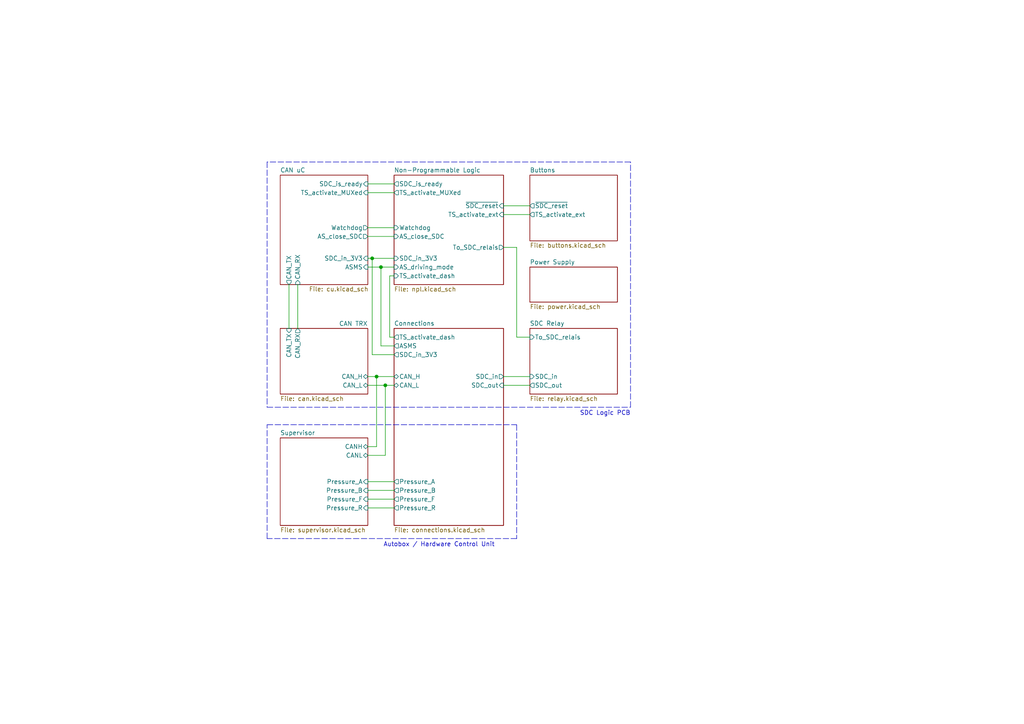
<source format=kicad_sch>
(kicad_sch (version 20211123) (generator eeschema)
  (paper "A4")
  (title_block (title "SDCL - Meta") (date "2021-12-16") (rev "v1.0") (company "FaSTTUBe - Formula Student Team TU Berlin") (comment 1 "Car 113") (comment 2 "EBS Electronics") (comment 3 "T 14.5 rule conformity"))
  (lib_symbols)
  (junction (at 109.22 109.22))
  (junction (at 110.49 77.47))
  (junction (at 107.95 74.93))
  (junction (at 111.76 111.76))
  (wire (pts (xy 107.95 74.93) (xy 114.3 74.93)))
  (wire (pts (xy 107.95 74.93) (xy 107.95 102.87)))
  (wire (pts (xy 146.05 71.755) (xy 149.86 71.755)))
  (polyline (pts (xy 149.86 156.21) (xy 77.47 156.21)))
  (wire (pts (xy 146.05 111.76) (xy 153.67 111.76)))
  (polyline (pts (xy 149.86 123.19) (xy 149.86 156.21)))
  (wire (pts (xy 106.68 142.24) (xy 114.3 142.24)))
  (polyline (pts (xy 182.88 46.99) (xy 77.47 46.99)))
  (wire (pts (xy 106.68 66.04) (xy 114.3 66.04)))
  (wire (pts (xy 83.82 82.55) (xy 83.82 95.25)))
  (wire (pts (xy 114.3 102.87) (xy 107.95 102.87)))
  (polyline (pts (xy 77.47 46.99) (xy 77.47 118.11)))
  (wire (pts (xy 106.68 74.93) (xy 107.95 74.93)))
  (wire (pts (xy 111.76 132.08) (xy 111.76 111.76)))
  (wire (pts (xy 86.36 82.55) (xy 86.36 95.25)))
  (wire (pts (xy 106.68 129.54) (xy 109.22 129.54)))
  (wire (pts (xy 110.49 77.47) (xy 114.3 77.47)))
  (wire (pts (xy 113.03 80.01) (xy 113.03 97.79)))
  (wire (pts (xy 146.05 109.22) (xy 153.67 109.22)))
  (wire (pts (xy 149.86 71.755) (xy 149.86 97.79)))
  (polyline (pts (xy 77.47 118.11) (xy 182.88 118.11)))
  (wire (pts (xy 114.3 80.01) (xy 113.03 80.01)))
  (wire (pts (xy 111.76 111.76) (xy 114.3 111.76)))
  (wire (pts (xy 109.22 109.22) (xy 109.22 129.54)))
  (wire (pts (xy 109.22 109.22) (xy 114.3 109.22)))
  (wire (pts (xy 106.68 55.88) (xy 114.3 55.88)))
  (wire (pts (xy 106.68 77.47) (xy 110.49 77.47)))
  (wire (pts (xy 106.68 132.08) (xy 111.76 132.08)))
  (wire (pts (xy 106.68 68.58) (xy 114.3 68.58)))
  (polyline (pts (xy 77.47 123.19) (xy 149.86 123.19)))
  (wire (pts (xy 146.05 59.69) (xy 153.67 59.69)))
  (wire (pts (xy 106.68 147.32) (xy 114.3 147.32)))
  (wire (pts (xy 113.03 97.79) (xy 114.3 97.79)))
  (polyline (pts (xy 77.47 156.21) (xy 77.47 123.19)))
  (wire (pts (xy 110.49 100.33) (xy 110.49 77.47)))
  (wire (pts (xy 149.86 97.79) (xy 153.67 97.79)))
  (wire (pts (xy 106.68 139.7) (xy 114.3 139.7)))
  (wire (pts (xy 114.3 100.33) (xy 110.49 100.33)))
  (polyline (pts (xy 182.88 118.11) (xy 182.88 46.99)))
  (wire (pts (xy 106.68 109.22) (xy 109.22 109.22)))
  (wire (pts (xy 106.68 144.78) (xy 114.3 144.78)))
  (wire (pts (xy 146.05 62.23) (xy 153.67 62.23)))
  (wire (pts (xy 106.68 53.34) (xy 114.3 53.34)))
  (wire (pts (xy 106.68 111.76) (xy 111.76 111.76)))
  (text "SDC Logic PCB" (at 182.88 120.65 180) (effects (font (size 1.27 1.27)) (justify right bottom)))
  (text "Autobox / Hardware Control Unit" (at 143.51 158.75 180) (effects (font (size 1.27 1.27)) (justify right bottom)))
  (sheet (at 114.3 50.8) (size 31.75 31.75)
    (property "Sheet name" "Non-Programmable Logic" (at 114.3 50.0884 0) (effects (justify left bottom)))
    (property "Sheet file" "npl.kicad_sch" (at 114.3 83.1346 0) (effects (justify left top)))
    (pin "AS_close_SDC" input (at 114.3 68.58 180))
    (pin "TS_activate_ext" input (at 146.05 62.23 0))
    (pin "Watchdog" input (at 114.3 66.04 180))
    (pin "SDC_in_3V3" input (at 114.3 74.93 180))
    (pin "To_SDC_relais" output (at 146.05 71.755 0))
    (pin "SDC_is_ready" output (at 114.3 53.34 180))
    (pin "~{SDC_reset}" input (at 146.05 59.69 0))
    (pin "TS_activate_MUXed" output (at 114.3 55.88 180))
    (pin "TS_activate_dash" input (at 114.3 80.01 180))
    (pin "AS_driving_mode" input (at 114.3 77.47 180))
  )
  (sheet (at 81.28 50.8) (size 25.4 31.75)
    (property "Sheet name" "CAN uC" (at 81.28 50.0884 0) (effects (justify left bottom)))
    (property "Sheet file" "cu.kicad_sch" (at 89.5815 83.1009 0) (effects (justify left top)))
    (pin "SDC_is_ready" input (at 106.68 53.34 0))
    (pin "AS_close_SDC" output (at 106.68 68.58 0))
    (pin "Watchdog" output (at 106.68 66.04 0))
    (pin "CAN_RX" input (at 86.36 82.55 270))
    (pin "CAN_TX" output (at 83.82 82.55 270))
    (pin "TS_activate_MUXed" input (at 106.68 55.88 0))
    (pin "SDC_in_3V3" input (at 106.68 74.93 0))
    (pin "ASMS" input (at 106.68 77.47 0))
  )
  (sheet (at 153.67 95.25) (size 25.4 19.05)
    (property "Sheet name" "SDC Relay" (at 153.67 94.5384 0) (effects (justify left bottom)))
    (property "Sheet file" "relay.kicad_sch" (at 153.67 114.8846 0) (effects (justify left top)))
    (pin "To_SDC_relais" input (at 153.67 97.79 180))
    (pin "SDC_in" input (at 153.67 109.22 180))
    (pin "SDC_out" output (at 153.67 111.76 180))
  )
  (sheet (at 153.67 77.47) (size 25.4 10.16)
    (property "Sheet name" "Power Supply" (at 153.67 76.7584 0) (effects (justify left bottom)))
    (property "Sheet file" "power.kicad_sch" (at 153.67 88.2146 0) (effects (justify left top)))
  )
  (sheet (at 114.3 95.25) (size 31.75 57.15)
    (property "Sheet name" "Connections" (at 114.3 94.5384 0) (effects (justify left bottom)))
    (property "Sheet file" "connections.kicad_sch" (at 114.3 152.9846 0) (effects (justify left top)))
    (pin "SDC_in_3V3" output (at 114.3 102.87 180))
    (pin "SDC_in" output (at 146.05 109.22 0))
    (pin "SDC_out" input (at 146.05 111.76 0))
    (pin "CAN_H" bidirectional (at 114.3 109.22 180))
    (pin "CAN_L" bidirectional (at 114.3 111.76 180))
    (pin "Pressure_A" output (at 114.3 139.7 180))
    (pin "Pressure_B" output (at 114.3 142.24 180))
    (pin "Pressure_F" output (at 114.3 144.78 180))
    (pin "Pressure_R" output (at 114.3 147.32 180))
    (pin "TS_activate_dash" output (at 114.3 97.79 180))
    (pin "ASMS" output (at 114.3 100.33 180))
  )
  (sheet (at 81.28 95.25) (size 25.4 19.05)
    (property "Sheet name" "CAN TRX" (at 98.3286 94.603 0) (effects (justify left bottom)))
    (property "Sheet file" "can.kicad_sch" (at 81.28 114.8846 0) (effects (justify left top)))
    (pin "CAN_H" bidirectional (at 106.68 109.22 0))
    (pin "CAN_L" bidirectional (at 106.68 111.76 0))
    (pin "CAN_TX" input (at 83.82 95.25 90))
    (pin "CAN_RX" output (at 86.36 95.25 90))
  )
  (sheet (at 81.28 127) (size 25.4 25.4)
    (property "Sheet name" "Supervisor" (at 81.28 126.2884 0) (effects (justify left bottom)))
    (property "Sheet file" "supervisor.kicad_sch" (at 81.28 152.9846 0) (effects (justify left top)))
    (pin "CANH" bidirectional (at 106.68 129.54 0))
    (pin "CANL" bidirectional (at 106.68 132.08 0))
    (pin "Pressure_A" input (at 106.68 139.7 0))
    (pin "Pressure_B" input (at 106.68 142.24 0))
    (pin "Pressure_F" input (at 106.68 144.78 0))
    (pin "Pressure_R" input (at 106.68 147.32 0))
  )
  (sheet (at 153.67 50.8) (size 25.4 19.05) (stroke (width 0.1524))
    (property "Sheet name" "Buttons" (at 153.67 50.0884 0) (effects (justify left bottom)))
    (property "Sheet file" "buttons.kicad_sch" (at 153.67 70.4346 0) (effects (justify left top)))
    (pin "~{SDC_reset}" output (at 153.67 59.69 180))
    (pin "TS_activate_ext" output (at 153.67 62.23 180))
  )
)
</source>
